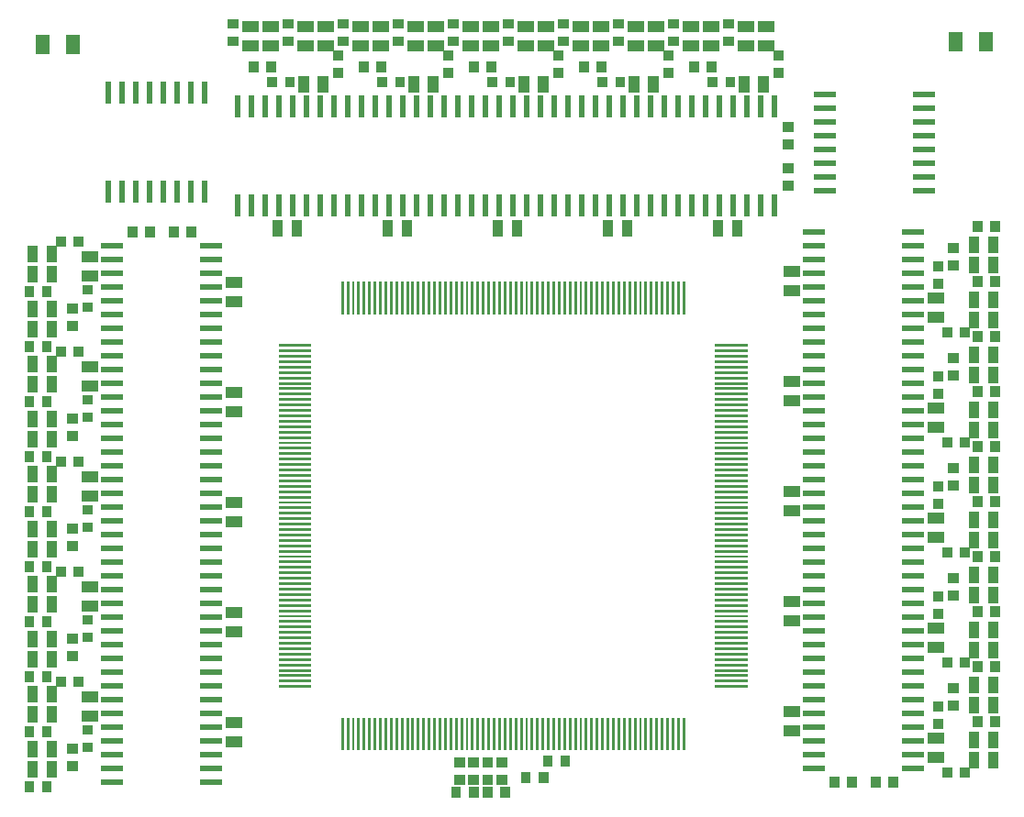
<source format=gbr>
G04 start of page 14 for group -4015 idx -4015 *
G04 Title: HETEPTANA, toppaste *
G04 Creator: pcb 1.99z *
G04 CreationDate: Mo 30 Mär 2015 16:46:13 GMT UTC *
G04 For: stephan *
G04 Format: Gerber/RS-274X *
G04 PCB-Dimensions (mil): 5511.81 4724.41 *
G04 PCB-Coordinate-Origin: lower left *
%MOIN*%
%FSLAX25Y25*%
%LNTOPPASTE*%
%ADD179R,0.0394X0.0394*%
%ADD178R,0.0098X0.0098*%
%ADD177R,0.0500X0.0500*%
%ADD176R,0.0350X0.0350*%
%ADD175R,0.0200X0.0200*%
G54D175*X290500Y360441D02*Y354441D01*
X285500Y360441D02*Y354441D01*
X280500Y360441D02*Y354441D01*
X275500Y360441D02*Y354441D01*
X270500Y360441D02*Y354441D01*
X265500Y360441D02*Y354441D01*
X260500Y360441D02*Y354441D01*
X255500Y360441D02*Y354441D01*
Y324441D02*Y318441D01*
X260500Y324441D02*Y318441D01*
X265500Y324441D02*Y318441D01*
X270500Y324441D02*Y318441D01*
X275500Y324441D02*Y318441D01*
X280500Y324441D02*Y318441D01*
X285500Y324441D02*Y318441D01*
X290500Y324441D02*Y318441D01*
X370500Y360441D02*Y354441D01*
X365500Y360441D02*Y354441D01*
X360500Y360441D02*Y354441D01*
X355500Y360441D02*Y354441D01*
X350500Y360441D02*Y354441D01*
X345500Y360441D02*Y354441D01*
X340500Y360441D02*Y354441D01*
X335500Y360441D02*Y354441D01*
Y324441D02*Y318441D01*
X340500Y324441D02*Y318441D01*
X345500Y324441D02*Y318441D01*
X350500Y324441D02*Y318441D01*
X355500Y324441D02*Y318441D01*
X360500Y324441D02*Y318441D01*
X365500Y324441D02*Y318441D01*
X370500Y324441D02*Y318441D01*
X330500Y360441D02*Y354441D01*
X325500Y360441D02*Y354441D01*
X320500Y360441D02*Y354441D01*
X315500Y360441D02*Y354441D01*
X310500Y360441D02*Y354441D01*
X305500Y360441D02*Y354441D01*
X300500Y360441D02*Y354441D01*
X295500Y360441D02*Y354441D01*
Y324441D02*Y318441D01*
X300500Y324441D02*Y318441D01*
X305500Y324441D02*Y318441D01*
X310500Y324441D02*Y318441D01*
X315500Y324441D02*Y318441D01*
X320500Y324441D02*Y318441D01*
X325500Y324441D02*Y318441D01*
X330500Y324441D02*Y318441D01*
X250500Y360441D02*Y354441D01*
X245500Y360441D02*Y354441D01*
X240500Y360441D02*Y354441D01*
X235500Y360441D02*Y354441D01*
X230500Y360441D02*Y354441D01*
X225500Y360441D02*Y354441D01*
X220500Y360441D02*Y354441D01*
X215500Y360441D02*Y354441D01*
Y324441D02*Y318441D01*
X220500Y324441D02*Y318441D01*
X225500Y324441D02*Y318441D01*
X230500Y324441D02*Y318441D01*
X235500Y324441D02*Y318441D01*
X240500Y324441D02*Y318441D01*
X245500Y324441D02*Y318441D01*
X250500Y324441D02*Y318441D01*
X210500Y360441D02*Y354441D01*
X205500Y360441D02*Y354441D01*
X200500Y360441D02*Y354441D01*
X195500Y360441D02*Y354441D01*
X190500Y360441D02*Y354441D01*
X185500Y360441D02*Y354441D01*
X180500Y360441D02*Y354441D01*
X175500Y360441D02*Y354441D01*
Y324441D02*Y318441D01*
X180500Y324441D02*Y318441D01*
X185500Y324441D02*Y318441D01*
X190500Y324441D02*Y318441D01*
X195500Y324441D02*Y318441D01*
X200500Y324441D02*Y318441D01*
X205500Y324441D02*Y318441D01*
X210500Y324441D02*Y318441D01*
G54D176*X268050Y366641D02*Y366241D01*
X274450Y366641D02*Y366241D01*
X253550Y387641D02*X253950D01*
X253550Y381241D02*X253950D01*
X267700Y372141D02*Y371741D01*
X261300Y372141D02*Y371741D01*
X273550Y387641D02*X273950D01*
X273550Y381241D02*X273950D01*
X291800Y376141D02*X292200D01*
X291800Y369741D02*X292200D01*
X228050Y366641D02*Y366241D01*
X234450Y366641D02*Y366241D01*
X213550Y387641D02*X213950D01*
X213550Y381241D02*X213950D01*
X227700Y372141D02*Y371741D01*
X221300Y372141D02*Y371741D01*
X233550Y387641D02*X233950D01*
X233550Y381241D02*X233950D01*
X251800Y376141D02*X252200D01*
X251800Y369741D02*X252200D01*
X188050Y366641D02*Y366241D01*
X194450Y366641D02*Y366241D01*
X173550Y387641D02*X173950D01*
X173550Y381241D02*X173950D01*
X187700Y372141D02*Y371741D01*
X181300Y372141D02*Y371741D01*
X193550Y387641D02*X193950D01*
X193550Y381241D02*X193950D01*
X211800Y376141D02*X212200D01*
X211800Y369741D02*X212200D01*
X308050Y366641D02*Y366241D01*
X314450Y366641D02*Y366241D01*
X293550Y387641D02*X293950D01*
X293550Y381241D02*X293950D01*
X307700Y372141D02*Y371741D01*
X301300Y372141D02*Y371741D01*
X313550Y387641D02*X313950D01*
X313550Y381241D02*X313950D01*
X331800Y376141D02*X332200D01*
X331800Y369741D02*X332200D01*
X348050Y366641D02*Y366241D01*
X354450Y366641D02*Y366241D01*
X333550Y387641D02*X333950D01*
X333550Y381241D02*X333950D01*
X347700Y372141D02*Y371741D01*
X341300Y372141D02*Y371741D01*
X353550Y387641D02*X353950D01*
X353550Y381241D02*X353950D01*
X371800Y376141D02*X372200D01*
X371800Y369741D02*X372200D01*
X375300Y343741D02*X375700D01*
X375300Y350141D02*X375700D01*
X375300Y335141D02*X375700D01*
X375300Y328741D02*X375700D01*
G54D175*X127000Y226941D02*X133000D01*
X127000Y221941D02*X133000D01*
X127000Y216941D02*X133000D01*
X127000Y211941D02*X133000D01*
X127000Y206941D02*X133000D01*
X127000Y201941D02*X133000D01*
X127000Y196941D02*X133000D01*
X127000Y191941D02*X133000D01*
X163000D02*X169000D01*
X163000Y196941D02*X169000D01*
X163000Y201941D02*X169000D01*
X163000Y206941D02*X169000D01*
X163000Y211941D02*X169000D01*
X163000Y216941D02*X169000D01*
X163000Y221941D02*X169000D01*
X163000Y226941D02*X169000D01*
X127000Y306941D02*X133000D01*
X127000Y301941D02*X133000D01*
X127000Y296941D02*X133000D01*
X127000Y291941D02*X133000D01*
X127000Y286941D02*X133000D01*
X127000Y281941D02*X133000D01*
X127000Y276941D02*X133000D01*
X127000Y271941D02*X133000D01*
X163000D02*X169000D01*
X163000Y276941D02*X169000D01*
X163000Y281941D02*X169000D01*
X163000Y286941D02*X169000D01*
X163000Y291941D02*X169000D01*
X163000Y296941D02*X169000D01*
X163000Y301941D02*X169000D01*
X163000Y306941D02*X169000D01*
X127000Y266941D02*X133000D01*
X127000Y261941D02*X133000D01*
X127000Y256941D02*X133000D01*
X127000Y251941D02*X133000D01*
X127000Y246941D02*X133000D01*
X127000Y241941D02*X133000D01*
X127000Y236941D02*X133000D01*
X127000Y231941D02*X133000D01*
X163000D02*X169000D01*
X163000Y236941D02*X169000D01*
X163000Y241941D02*X169000D01*
X163000Y246941D02*X169000D01*
X163000Y251941D02*X169000D01*
X163000Y256941D02*X169000D01*
X163000Y261941D02*X169000D01*
X163000Y266941D02*X169000D01*
X127000Y186941D02*X133000D01*
X127000Y181941D02*X133000D01*
X127000Y176941D02*X133000D01*
X127000Y171941D02*X133000D01*
X127000Y166941D02*X133000D01*
X127000Y161941D02*X133000D01*
X127000Y156941D02*X133000D01*
X127000Y151941D02*X133000D01*
X163000D02*X169000D01*
X163000Y156941D02*X169000D01*
X163000Y161941D02*X169000D01*
X163000Y166941D02*X169000D01*
X163000Y171941D02*X169000D01*
X163000Y176941D02*X169000D01*
X163000Y181941D02*X169000D01*
X163000Y186941D02*X169000D01*
X127000Y146941D02*X133000D01*
X127000Y141941D02*X133000D01*
X127000Y136941D02*X133000D01*
X127000Y131941D02*X133000D01*
X127000Y126941D02*X133000D01*
X127000Y121941D02*X133000D01*
X127000Y116941D02*X133000D01*
X127000Y111941D02*X133000D01*
X163000D02*X169000D01*
X163000Y116941D02*X169000D01*
X163000Y121941D02*X169000D01*
X163000Y126941D02*X169000D01*
X163000Y131941D02*X169000D01*
X163000Y136941D02*X169000D01*
X163000Y141941D02*X169000D01*
X163000Y146941D02*X169000D01*
G54D176*X120800Y204491D02*X121200D01*
X120800Y210891D02*X121200D01*
X99800Y190391D02*Y189991D01*
X106200Y190391D02*Y189991D01*
X115300Y204141D02*X115700D01*
X115300Y197741D02*X115700D01*
X99800Y210391D02*Y209991D01*
X106200Y210391D02*Y209991D01*
X111300Y228641D02*Y228241D01*
X117700Y228641D02*Y228241D01*
X120800Y164491D02*X121200D01*
X120800Y170891D02*X121200D01*
X99800Y150391D02*Y149991D01*
X106200Y150391D02*Y149991D01*
X115300Y164141D02*X115700D01*
X115300Y157741D02*X115700D01*
X99800Y170391D02*Y169991D01*
X106200Y170391D02*Y169991D01*
X111300Y188641D02*Y188241D01*
X117700Y188641D02*Y188241D01*
X120800Y124491D02*X121200D01*
X120800Y130891D02*X121200D01*
X99800Y110391D02*Y109991D01*
X106200Y110391D02*Y109991D01*
X115300Y124141D02*X115700D01*
X115300Y117741D02*X115700D01*
X99800Y130391D02*Y129991D01*
X106200Y130391D02*Y129991D01*
X111300Y148641D02*Y148241D01*
X117700Y148641D02*Y148241D01*
X120800Y244491D02*X121200D01*
X120800Y250891D02*X121200D01*
X99800Y230391D02*Y229991D01*
X106200Y230391D02*Y229991D01*
X115300Y244141D02*X115700D01*
X115300Y237741D02*X115700D01*
X99800Y250391D02*Y249991D01*
X106200Y250391D02*Y249991D01*
X111300Y268641D02*Y268241D01*
X117700Y268641D02*Y268241D01*
X120800Y284491D02*X121200D01*
X120800Y290891D02*X121200D01*
X99800Y270391D02*Y269991D01*
X106200Y270391D02*Y269991D01*
X115300Y284141D02*X115700D01*
X115300Y277741D02*X115700D01*
X99800Y290391D02*Y289991D01*
X106200Y290391D02*Y289991D01*
X111300Y308641D02*Y308241D01*
X117700Y308641D02*Y308241D01*
X158700Y312141D02*Y311741D01*
X152300Y312141D02*Y311741D01*
X137300Y312141D02*Y311741D01*
X143700Y312141D02*Y311741D01*
G54D175*X418000Y196941D02*X424000D01*
X418000Y201941D02*X424000D01*
X418000Y206941D02*X424000D01*
X418000Y211941D02*X424000D01*
X418000Y216941D02*X424000D01*
X418000Y221941D02*X424000D01*
X418000Y226941D02*X424000D01*
X418000Y231941D02*X424000D01*
X382000D02*X388000D01*
X382000Y226941D02*X388000D01*
X382000Y221941D02*X388000D01*
X382000Y216941D02*X388000D01*
X382000Y211941D02*X388000D01*
X382000Y206941D02*X388000D01*
X382000Y201941D02*X388000D01*
X382000Y196941D02*X388000D01*
X418000Y116941D02*X424000D01*
X418000Y121941D02*X424000D01*
X418000Y126941D02*X424000D01*
X418000Y131941D02*X424000D01*
X418000Y136941D02*X424000D01*
X418000Y141941D02*X424000D01*
X418000Y146941D02*X424000D01*
X418000Y151941D02*X424000D01*
X382000D02*X388000D01*
X382000Y146941D02*X388000D01*
X382000Y141941D02*X388000D01*
X382000Y136941D02*X388000D01*
X382000Y131941D02*X388000D01*
X382000Y126941D02*X388000D01*
X382000Y121941D02*X388000D01*
X382000Y116941D02*X388000D01*
X418000Y156941D02*X424000D01*
X418000Y161941D02*X424000D01*
X418000Y166941D02*X424000D01*
X418000Y171941D02*X424000D01*
X418000Y176941D02*X424000D01*
X418000Y181941D02*X424000D01*
X418000Y186941D02*X424000D01*
X418000Y191941D02*X424000D01*
X382000D02*X388000D01*
X382000Y186941D02*X388000D01*
X382000Y181941D02*X388000D01*
X382000Y176941D02*X388000D01*
X382000Y171941D02*X388000D01*
X382000Y166941D02*X388000D01*
X382000Y161941D02*X388000D01*
X382000Y156941D02*X388000D01*
X418000Y236941D02*X424000D01*
X418000Y241941D02*X424000D01*
X418000Y246941D02*X424000D01*
X418000Y251941D02*X424000D01*
X418000Y256941D02*X424000D01*
X418000Y261941D02*X424000D01*
X418000Y266941D02*X424000D01*
X418000Y271941D02*X424000D01*
X382000D02*X388000D01*
X382000Y266941D02*X388000D01*
X382000Y261941D02*X388000D01*
X382000Y256941D02*X388000D01*
X382000Y251941D02*X388000D01*
X382000Y246941D02*X388000D01*
X382000Y241941D02*X388000D01*
X382000Y236941D02*X388000D01*
X418000Y276941D02*X424000D01*
X418000Y281941D02*X424000D01*
X418000Y286941D02*X424000D01*
X418000Y291941D02*X424000D01*
X418000Y296941D02*X424000D01*
X418000Y301941D02*X424000D01*
X418000Y306941D02*X424000D01*
X418000Y311941D02*X424000D01*
X382000D02*X388000D01*
X382000Y306941D02*X388000D01*
X382000Y301941D02*X388000D01*
X382000Y296941D02*X388000D01*
X382000Y291941D02*X388000D01*
X382000Y286941D02*X388000D01*
X382000Y281941D02*X388000D01*
X382000Y276941D02*X388000D01*
G54D176*X429800Y219391D02*X430200D01*
X429800Y212991D02*X430200D01*
X450700Y234141D02*Y233741D01*
X444300Y234141D02*Y233741D01*
X435300Y219741D02*X435700D01*
X435300Y226141D02*X435700D01*
X450700Y214141D02*Y213741D01*
X444300Y214141D02*Y213741D01*
X439700Y195641D02*Y195241D01*
X433300Y195641D02*Y195241D01*
X429800Y259391D02*X430200D01*
X429800Y252991D02*X430200D01*
X450700Y274141D02*Y273741D01*
X444300Y274141D02*Y273741D01*
X435300Y259741D02*X435700D01*
X435300Y266141D02*X435700D01*
X450700Y254141D02*Y253741D01*
X444300Y254141D02*Y253741D01*
X439700Y235641D02*Y235241D01*
X433300Y235641D02*Y235241D01*
X429800Y299391D02*X430200D01*
X429800Y292991D02*X430200D01*
X450700Y314141D02*Y313741D01*
X444300Y314141D02*Y313741D01*
X435300Y299741D02*X435700D01*
X435300Y306141D02*X435700D01*
X450700Y294141D02*Y293741D01*
X444300Y294141D02*Y293741D01*
X439700Y275641D02*Y275241D01*
X433300Y275641D02*Y275241D01*
X429800Y179391D02*X430200D01*
X429800Y172991D02*X430200D01*
X450700Y194141D02*Y193741D01*
X444300Y194141D02*Y193741D01*
X435300Y179741D02*X435700D01*
X435300Y186141D02*X435700D01*
X450700Y174141D02*Y173741D01*
X444300Y174141D02*Y173741D01*
X439700Y155641D02*Y155241D01*
X433300Y155641D02*Y155241D01*
X429800Y139391D02*X430200D01*
X429800Y132991D02*X430200D01*
X450700Y154141D02*Y153741D01*
X444300Y154141D02*Y153741D01*
X435300Y139741D02*X435700D01*
X435300Y146141D02*X435700D01*
X450700Y134141D02*Y133741D01*
X444300Y134141D02*Y133741D01*
X439700Y115641D02*Y115241D01*
X433300Y115641D02*Y115241D01*
X398700Y112141D02*Y111741D01*
X392300Y112141D02*Y111741D01*
X407300Y112141D02*Y111741D01*
X413700Y112141D02*Y111741D01*
G54D175*X163500Y365441D02*Y359441D01*
X158500Y365441D02*Y359441D01*
X153500Y365441D02*Y359441D01*
X148500Y365441D02*Y359441D01*
X143500Y365441D02*Y359441D01*
X138500Y365441D02*Y359441D01*
X133500Y365441D02*Y359441D01*
X128500Y365441D02*Y359441D01*
Y329441D02*Y323441D01*
X133500Y329441D02*Y323441D01*
X138500Y329441D02*Y323441D01*
X143500Y329441D02*Y323441D01*
X148500Y329441D02*Y323441D01*
X153500Y329441D02*Y323441D01*
X158500Y329441D02*Y323441D01*
X163500Y329441D02*Y323441D01*
X422000Y326941D02*X428000D01*
X422000Y331941D02*X428000D01*
X422000Y336941D02*X428000D01*
X422000Y341941D02*X428000D01*
X422000Y346941D02*X428000D01*
X422000Y351941D02*X428000D01*
X422000Y356941D02*X428000D01*
X422000Y361941D02*X428000D01*
X386000D02*X392000D01*
X386000Y356941D02*X392000D01*
X386000Y351941D02*X392000D01*
X386000Y346941D02*X392000D01*
X386000Y341941D02*X392000D01*
X386000Y336941D02*X392000D01*
X386000Y331941D02*X392000D01*
X386000Y326941D02*X392000D01*
G54D177*X447429Y381906D02*Y379906D01*
X436429Y381906D02*Y379906D01*
X104736Y380921D02*Y378921D01*
X115736Y380921D02*Y378921D01*
G54D176*X286665Y113783D02*Y113383D01*
X280265Y113783D02*Y113383D01*
X294539Y119688D02*Y119288D01*
X288139Y119688D02*Y119288D01*
X271257Y119145D02*X271657D01*
X271257Y112745D02*X271657D01*
X272688Y108468D02*Y108068D01*
X266288Y108468D02*Y108068D01*
X266139Y119145D02*X266539D01*
X266139Y112745D02*X266539D01*
X261020Y119145D02*X261420D01*
X261020Y112745D02*X261420D01*
X261271Y108468D02*Y108068D01*
X254871Y108468D02*Y108068D01*
X255902Y119145D02*X256302D01*
X255902Y112745D02*X256302D01*
G54D178*X349441Y146654D02*X360236D01*
X349441Y148622D02*X360236D01*
X349441Y150591D02*X360236D01*
X349441Y152559D02*X360236D01*
X349441Y154528D02*X360236D01*
X349441Y156496D02*X360236D01*
X349441Y158465D02*X360236D01*
X349441Y160433D02*X360236D01*
X349441Y162402D02*X360236D01*
X349441Y164370D02*X360236D01*
X349441Y166339D02*X360236D01*
X349441Y168307D02*X360236D01*
X349441Y170275D02*X360236D01*
X349441Y172244D02*X360236D01*
X349441Y174212D02*X360236D01*
X349441Y176181D02*X360236D01*
X349441Y178149D02*X360236D01*
X349441Y180118D02*X360236D01*
X349441Y182086D02*X360236D01*
X349441Y184055D02*X360236D01*
X349441Y186023D02*X360236D01*
X349441Y187992D02*X360236D01*
X349441Y189960D02*X360236D01*
X349441Y191929D02*X360236D01*
X349441Y193897D02*X360236D01*
X349441Y195866D02*X360236D01*
X349441Y197834D02*X360236D01*
X349441Y199803D02*X360236D01*
X349441Y201771D02*X360236D01*
X349441Y203740D02*X360236D01*
X349441Y205708D02*X360236D01*
X349441Y207677D02*X360236D01*
X349441Y209645D02*X360236D01*
X349441Y211614D02*X360236D01*
X349441Y213582D02*X360236D01*
X349441Y215551D02*X360236D01*
X349441Y217519D02*X360236D01*
X349441Y219488D02*X360236D01*
X349441Y221456D02*X360236D01*
X349441Y223425D02*X360236D01*
X349441Y225393D02*X360236D01*
X349441Y227362D02*X360236D01*
X349441Y229330D02*X360236D01*
X349441Y231299D02*X360236D01*
X349441Y233267D02*X360236D01*
X349441Y235236D02*X360236D01*
X349441Y237204D02*X360236D01*
X349441Y239173D02*X360236D01*
X349441Y241141D02*X360236D01*
X349441Y243110D02*X360236D01*
X349441Y245078D02*X360236D01*
X349441Y247047D02*X360236D01*
X349441Y249015D02*X360236D01*
X349441Y250984D02*X360236D01*
X349441Y252952D02*X360236D01*
X349441Y254921D02*X360236D01*
X349441Y256889D02*X360236D01*
X349441Y258858D02*X360236D01*
X349441Y260826D02*X360236D01*
X349441Y262795D02*X360236D01*
X349441Y264763D02*X360236D01*
X349441Y266732D02*X360236D01*
X349441Y268700D02*X360236D01*
X349441Y270669D02*X360236D01*
X337598Y293307D02*Y282511D01*
X335630Y293307D02*Y282511D01*
X333661Y293307D02*Y282511D01*
X331693Y293307D02*Y282511D01*
X329724Y293307D02*Y282511D01*
X327756Y293307D02*Y282511D01*
X325787Y293307D02*Y282511D01*
X323819Y293307D02*Y282511D01*
X321850Y293307D02*Y282511D01*
X319882Y293307D02*Y282511D01*
X317913Y293307D02*Y282511D01*
X315945Y293307D02*Y282511D01*
X313977Y293307D02*Y282511D01*
X312008Y293307D02*Y282511D01*
X310040Y293307D02*Y282511D01*
X308071Y293307D02*Y282511D01*
X306103Y293307D02*Y282511D01*
X304134Y293307D02*Y282511D01*
X302166Y293307D02*Y282511D01*
X300197Y293307D02*Y282511D01*
X298229Y293307D02*Y282511D01*
X296260Y293307D02*Y282511D01*
X294292Y293307D02*Y282511D01*
X292323Y293307D02*Y282511D01*
X290355Y293307D02*Y282511D01*
X288386Y293307D02*Y282511D01*
X286418Y293307D02*Y282511D01*
X284449Y293307D02*Y282511D01*
X282481Y293307D02*Y282511D01*
X280512Y293307D02*Y282511D01*
X278544Y293307D02*Y282511D01*
X276575Y293307D02*Y282511D01*
X274607Y293307D02*Y282511D01*
X272638Y293307D02*Y282511D01*
X270670Y293307D02*Y282511D01*
X268701Y293307D02*Y282511D01*
X266733Y293307D02*Y282511D01*
X264764Y293307D02*Y282511D01*
X262796Y293307D02*Y282511D01*
X260827Y293307D02*Y282511D01*
X258859Y293307D02*Y282511D01*
X256890Y293307D02*Y282511D01*
X254922Y293307D02*Y282511D01*
X252953Y293307D02*Y282511D01*
X250985Y293307D02*Y282511D01*
X249016Y293307D02*Y282511D01*
X247048Y293307D02*Y282511D01*
X245079Y293307D02*Y282511D01*
X243111Y293307D02*Y282511D01*
X241142Y293307D02*Y282511D01*
X239174Y293307D02*Y282511D01*
X237205Y293307D02*Y282511D01*
X235237Y293307D02*Y282511D01*
X233268Y293307D02*Y282511D01*
X231300Y293307D02*Y282511D01*
X229331Y293307D02*Y282511D01*
X227363Y293307D02*Y282511D01*
X225394Y293307D02*Y282511D01*
X223426Y293307D02*Y282511D01*
X221457Y293307D02*Y282511D01*
X219489Y293307D02*Y282511D01*
X217520Y293307D02*Y282511D01*
X215552Y293307D02*Y282511D01*
X213583Y293307D02*Y282511D01*
X190945Y270669D02*X201741D01*
X190945Y268700D02*X201741D01*
X190945Y266732D02*X201741D01*
X190945Y264763D02*X201741D01*
X190945Y262795D02*X201741D01*
X190945Y260826D02*X201741D01*
X190945Y258858D02*X201741D01*
X190945Y256889D02*X201741D01*
X190945Y254921D02*X201741D01*
X190945Y252952D02*X201741D01*
X190945Y250984D02*X201741D01*
X190945Y249015D02*X201741D01*
X190945Y247047D02*X201741D01*
X190945Y245078D02*X201741D01*
X190945Y243110D02*X201741D01*
X190945Y241141D02*X201741D01*
X190945Y239173D02*X201741D01*
X190945Y237204D02*X201741D01*
X190945Y235236D02*X201741D01*
X190945Y233267D02*X201741D01*
X190945Y231299D02*X201741D01*
X190945Y229330D02*X201741D01*
X190945Y227362D02*X201741D01*
X190945Y225393D02*X201741D01*
X190945Y223425D02*X201741D01*
X190945Y221456D02*X201741D01*
X190945Y219488D02*X201741D01*
X190945Y217519D02*X201741D01*
X190945Y215551D02*X201741D01*
X190945Y213582D02*X201741D01*
X190945Y211614D02*X201741D01*
X190945Y209645D02*X201741D01*
X190945Y207677D02*X201741D01*
X190945Y205708D02*X201741D01*
X190945Y203740D02*X201741D01*
X190945Y201771D02*X201741D01*
X190945Y199803D02*X201741D01*
X190945Y197834D02*X201741D01*
X190945Y195866D02*X201741D01*
X190945Y193897D02*X201741D01*
X190945Y191929D02*X201741D01*
X190945Y189960D02*X201741D01*
X190945Y187992D02*X201741D01*
X190945Y186023D02*X201741D01*
X190945Y184055D02*X201741D01*
X190945Y182086D02*X201741D01*
X190945Y180118D02*X201741D01*
X190945Y178149D02*X201741D01*
X190945Y176181D02*X201741D01*
X190945Y174212D02*X201741D01*
X190945Y172244D02*X201741D01*
X190945Y170275D02*X201741D01*
X190945Y168307D02*X201741D01*
X190945Y166339D02*X201741D01*
X190945Y164370D02*X201741D01*
X190945Y162402D02*X201741D01*
X190945Y160433D02*X201741D01*
X190945Y158465D02*X201741D01*
X190945Y156496D02*X201741D01*
X190945Y154528D02*X201741D01*
X190945Y152559D02*X201741D01*
X190945Y150591D02*X201741D01*
X190945Y148622D02*X201741D01*
X190945Y146654D02*X201741D01*
X213583Y134811D02*Y124016D01*
X215552Y134811D02*Y124016D01*
X217520Y134811D02*Y124016D01*
X219489Y134811D02*Y124016D01*
X221457Y134811D02*Y124016D01*
X223426Y134811D02*Y124016D01*
X225394Y134811D02*Y124016D01*
X227363Y134811D02*Y124016D01*
X229331Y134811D02*Y124016D01*
X231300Y134811D02*Y124016D01*
X233268Y134811D02*Y124016D01*
X235237Y134811D02*Y124016D01*
X237205Y134811D02*Y124016D01*
X239174Y134811D02*Y124016D01*
X241142Y134811D02*Y124016D01*
X243111Y134811D02*Y124016D01*
X245079Y134811D02*Y124016D01*
X247048Y134811D02*Y124016D01*
X249016Y134811D02*Y124016D01*
X250985Y134811D02*Y124016D01*
X252953Y134811D02*Y124016D01*
X254922Y134811D02*Y124016D01*
X256890Y134811D02*Y124016D01*
X258859Y134811D02*Y124016D01*
X260827Y134811D02*Y124016D01*
X262796Y134811D02*Y124016D01*
X264764Y134811D02*Y124016D01*
X266733Y134811D02*Y124016D01*
X268701Y134811D02*Y124016D01*
X270670Y134811D02*Y124016D01*
X272638Y134811D02*Y124016D01*
X274607Y134811D02*Y124016D01*
X276575Y134811D02*Y124016D01*
X278544Y134811D02*Y124016D01*
X280512Y134811D02*Y124016D01*
X282481Y134811D02*Y124016D01*
X284449Y134811D02*Y124016D01*
X286418Y134811D02*Y124016D01*
X288386Y134811D02*Y124016D01*
X290355Y134811D02*Y124016D01*
X292323Y134811D02*Y124016D01*
X294292Y134811D02*Y124016D01*
X296260Y134811D02*Y124016D01*
X298229Y134811D02*Y124016D01*
X300197Y134811D02*Y124016D01*
X302166Y134811D02*Y124016D01*
X304134Y134811D02*Y124016D01*
X306103Y134811D02*Y124016D01*
X308071Y134811D02*Y124016D01*
X310040Y134811D02*Y124016D01*
X312008Y134811D02*Y124016D01*
X313977Y134811D02*Y124016D01*
X315945Y134811D02*Y124016D01*
X317913Y134811D02*Y124016D01*
X319882Y134811D02*Y124016D01*
X321850Y134811D02*Y124016D01*
X323819Y134811D02*Y124016D01*
X325787Y134811D02*Y124016D01*
X327756Y134811D02*Y124016D01*
X329724Y134811D02*Y124016D01*
X331693Y134811D02*Y124016D01*
X333661Y134811D02*Y124016D01*
X335630Y134811D02*Y124016D01*
X337598Y134811D02*Y124016D01*
G54D179*X199250Y379441D02*X201250D01*
X199250Y386441D02*X201250D01*
X206500Y379441D02*X208500D01*
X206500Y386441D02*X208500D01*
X179250Y379441D02*X181250D01*
X179250Y386441D02*X181250D01*
X186500Y379441D02*X188500D01*
X186500Y386441D02*X188500D01*
X239250Y379441D02*X241250D01*
X239250Y386441D02*X241250D01*
X246500Y379441D02*X248500D01*
X246500Y386441D02*X248500D01*
X219250Y379441D02*X221250D01*
X219250Y386441D02*X221250D01*
X226500Y379441D02*X228500D01*
X226500Y386441D02*X228500D01*
X279250Y379441D02*X281250D01*
X279250Y386441D02*X281250D01*
X286500Y379441D02*X288500D01*
X286500Y386441D02*X288500D01*
X259250Y379441D02*X261250D01*
X259250Y386441D02*X261250D01*
X266500Y379441D02*X268500D01*
X266500Y386441D02*X268500D01*
X319250Y379441D02*X321250D01*
X319250Y386441D02*X321250D01*
X326500Y379441D02*X328500D01*
X326500Y386441D02*X328500D01*
X299250Y379441D02*X301250D01*
X299250Y386441D02*X301250D01*
X306500Y379441D02*X308500D01*
X306500Y386441D02*X308500D01*
X359250Y379441D02*X361250D01*
X359250Y386441D02*X361250D01*
X366500Y379441D02*X368500D01*
X366500Y386441D02*X368500D01*
X339250Y379441D02*X341250D01*
X339250Y386441D02*X341250D01*
X346500Y379441D02*X348500D01*
X346500Y386441D02*X348500D01*
X108000Y137691D02*Y135691D01*
X101000Y137691D02*Y135691D01*
X108000Y144941D02*Y142941D01*
X101000Y144941D02*Y142941D01*
X108000Y117691D02*Y115691D01*
X101000Y117691D02*Y115691D01*
X108000Y124941D02*Y122941D01*
X101000Y124941D02*Y122941D01*
X108000Y177691D02*Y175691D01*
X101000Y177691D02*Y175691D01*
X108000Y184941D02*Y182941D01*
X101000Y184941D02*Y182941D01*
X108000Y157691D02*Y155691D01*
X101000Y157691D02*Y155691D01*
X108000Y164941D02*Y162941D01*
X101000Y164941D02*Y162941D01*
X108000Y217691D02*Y215691D01*
X101000Y217691D02*Y215691D01*
X108000Y224941D02*Y222941D01*
X101000Y224941D02*Y222941D01*
X108000Y197691D02*Y195691D01*
X101000Y197691D02*Y195691D01*
X108000Y204941D02*Y202941D01*
X101000Y204941D02*Y202941D01*
X108000Y257691D02*Y255691D01*
X101000Y257691D02*Y255691D01*
X108000Y264941D02*Y262941D01*
X101000Y264941D02*Y262941D01*
X108000Y237691D02*Y235691D01*
X101000Y237691D02*Y235691D01*
X108000Y244941D02*Y242941D01*
X101000Y244941D02*Y242941D01*
X108000Y297691D02*Y295691D01*
X101000Y297691D02*Y295691D01*
X108000Y304941D02*Y302941D01*
X101000Y304941D02*Y302941D01*
X108000Y277691D02*Y275691D01*
X101000Y277691D02*Y275691D01*
X108000Y284941D02*Y282941D01*
X101000Y284941D02*Y282941D01*
X443000Y288191D02*Y286191D01*
X450000Y288191D02*Y286191D01*
X443000Y280941D02*Y278941D01*
X450000Y280941D02*Y278941D01*
X443000Y308191D02*Y306191D01*
X450000Y308191D02*Y306191D01*
X443000Y300941D02*Y298941D01*
X450000Y300941D02*Y298941D01*
X443000Y248191D02*Y246191D01*
X450000Y248191D02*Y246191D01*
X443000Y240941D02*Y238941D01*
X450000Y240941D02*Y238941D01*
X443000Y268191D02*Y266191D01*
X450000Y268191D02*Y266191D01*
X443000Y260941D02*Y258941D01*
X450000Y260941D02*Y258941D01*
X443000Y208191D02*Y206191D01*
X450000Y208191D02*Y206191D01*
X443000Y200941D02*Y198941D01*
X450000Y200941D02*Y198941D01*
X443000Y228191D02*Y226191D01*
X450000Y228191D02*Y226191D01*
X443000Y220941D02*Y218941D01*
X450000Y220941D02*Y218941D01*
X443000Y168191D02*Y166191D01*
X450000Y168191D02*Y166191D01*
X443000Y160941D02*Y158941D01*
X450000Y160941D02*Y158941D01*
X443000Y188191D02*Y186191D01*
X450000Y188191D02*Y186191D01*
X443000Y180941D02*Y178941D01*
X450000Y180941D02*Y178941D01*
X443000Y128191D02*Y126191D01*
X450000Y128191D02*Y126191D01*
X443000Y120941D02*Y118941D01*
X450000Y120941D02*Y118941D01*
X443000Y148191D02*Y146191D01*
X450000Y148191D02*Y146191D01*
X443000Y140941D02*Y138941D01*
X450000Y140941D02*Y138941D01*
X206500Y366691D02*Y364691D01*
X199500Y366691D02*Y364691D01*
X197000Y314191D02*Y312191D01*
X190000Y314191D02*Y312191D01*
X246500Y366691D02*Y364691D01*
X239500Y366691D02*Y364691D01*
X237000Y314191D02*Y312191D01*
X230000Y314191D02*Y312191D01*
X286500Y366691D02*Y364691D01*
X279500Y366691D02*Y364691D01*
X277000Y314191D02*Y312191D01*
X270000Y314191D02*Y312191D01*
X326500Y366691D02*Y364691D01*
X319500Y366691D02*Y364691D01*
X317000Y314191D02*Y312191D01*
X310000Y314191D02*Y312191D01*
X366500Y366691D02*Y364691D01*
X359500Y366691D02*Y364691D01*
X357000Y314191D02*Y312191D01*
X350000Y314191D02*Y312191D01*
X120750Y142941D02*X122750D01*
X120750Y135941D02*X122750D01*
X173250Y133441D02*X175250D01*
X173250Y126441D02*X175250D01*
X120750Y182941D02*X122750D01*
X120750Y175941D02*X122750D01*
X173250Y173441D02*X175250D01*
X173250Y166441D02*X175250D01*
X120750Y222941D02*X122750D01*
X120750Y215941D02*X122750D01*
X173250Y213441D02*X175250D01*
X173250Y206441D02*X175250D01*
X120750Y262941D02*X122750D01*
X120750Y255941D02*X122750D01*
X173250Y253441D02*X175250D01*
X173250Y246441D02*X175250D01*
X120750Y302941D02*X122750D01*
X120750Y295941D02*X122750D01*
X173250Y293441D02*X175250D01*
X173250Y286441D02*X175250D01*
X428250Y280941D02*X430250D01*
X428250Y287941D02*X430250D01*
X375750Y290441D02*X377750D01*
X375750Y297441D02*X377750D01*
X428250Y240941D02*X430250D01*
X428250Y247941D02*X430250D01*
X375750Y250441D02*X377750D01*
X375750Y257441D02*X377750D01*
X428250Y200941D02*X430250D01*
X428250Y207941D02*X430250D01*
X375750Y210441D02*X377750D01*
X375750Y217441D02*X377750D01*
X428250Y160941D02*X430250D01*
X428250Y167941D02*X430250D01*
X375750Y170441D02*X377750D01*
X375750Y177441D02*X377750D01*
X428250Y120941D02*X430250D01*
X428250Y127941D02*X430250D01*
X375750Y130441D02*X377750D01*
X375750Y137441D02*X377750D01*
M02*

</source>
